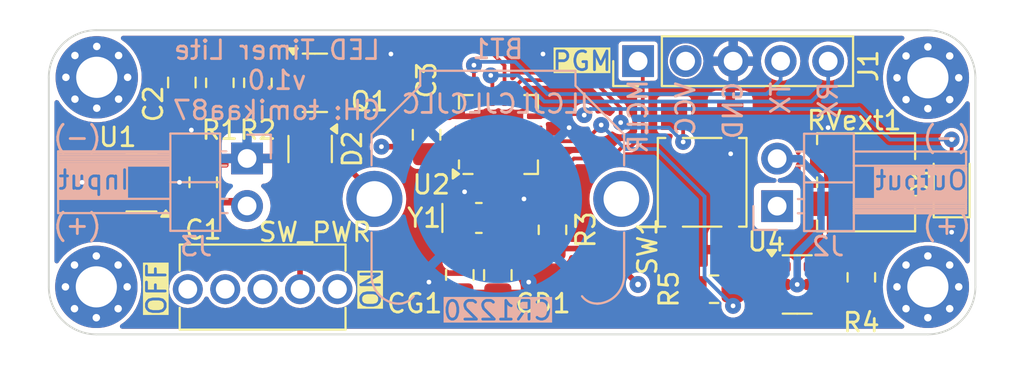
<source format=kicad_pcb>
(kicad_pcb (version 20240108) (generator "pcbnew") (generator_version "8.0")
  (layers (0 "F.Cu" signal) (1 "In1.Cu" signal) (2 "In2.Cu" signal) (31 "B.Cu" signal) (34 "B.Paste" user) (35 "F.Paste" user) (36 "B.SilkS" user "B.Silkscreen") (37 "F.SilkS" user "F.Silkscreen") (38 "B.Mask" user) (39 "F.Mask" user) (44 "Edge.Cuts" user))
  (net 0 "")
  (net 1 "+5V")
  (net 2 "GND")
  (net 3 "Net-(U2-RA5)")
  (net 4 "+3V3")
  (net 5 "/~{MCLR}{slash}VPP")
  (net 6 "/LDO_SENSE")
  (net 7 "/LED_EN_PWM")
  (net 8 "Net-(J2-Pin_2)")
  (net 9 "Net-(Q1-B)")
  (net 10 "Net-(U2-RA4)")
  (net 11 "Net-(U4-Rext)")
  (net 13 "Net-(U2-RC0)")
  (net 14 "/ICSPCLK_RXD")
  (net 15 "/ICSPDAT_TXD")
  (net 16 "Net-(BT1-+)")
  (net 20 "/LED")
  (net 21 "Net-(D1-K)")
  (net 22 "Net-(D2A-K)")
  (net 23 "Net-(D2B-A)")
  (footprint "Capacitor_SMD:C_0805_2012Metric_Pad1.18x1.45mm_HandSolder" (layer "F.Cu") (at 97.663 59.436 90)
    (property "Reference" "C2" (at -1.143 -1.524 90) (layer "F.SilkS"))
    (property "Value" "1u")
    (fp_line (start -0.261252 -0.735) (end 0.261252 -0.735) (stroke (width 0.12)) (layer "F.SilkS"))
    (fp_line (start -0.261252 0.735) (end 0.261252 0.735) (stroke (width 0.12)) (layer "F.SilkS"))
    (pad "1" smd roundrect (at -1.0375 0 90) (size 1.175 1.45) (layers "F.Cu" "F.Paste" "F.Mask") (roundrect_rratio 0.212766) (net 23 "Net-(D2B-A)"))
    (pad "2" smd roundrect (at 1.0375 0 90) (size 1.175 1.45) (layers "F.Cu" "F.Paste" "F.Mask") (roundrect_rratio 0.212766) (net 2 "GND"))
  )
  (footprint "LED_SMD:LED_0805_2012Metric_Pad1.15x1.40mm_HandSolder" (layer "F.Cu") (at 138.811 64.779 90)
    (property "Reference" "D1" (at 0 -1.65 90) (layer "F.SilkS"))
    (property "Value" "Red LED")
    (fp_line (start 1 -0.96) (end -1.86 -0.96) (stroke (width 0.12)) (layer "F.SilkS"))
    (fp_line (start -1.86 -0.96) (end -1.86 0.96) (stroke (width 0.12)) (layer "F.SilkS"))
    (fp_line (start -1.86 0.96) (end 1 0.96) (stroke (width 0.12)) (layer "F.SilkS"))
    (pad "1" smd roundrect (at -1.025 0 90) (size 1.15 1.4) (layers "F.Cu" "F.Paste" "F.Mask") (roundrect_rratio 0.217391) (net 21 "Net-(D1-K)"))
    (pad "2" smd roundrect (at 1.025 0 90) (size 1.15 1.4) (layers "F.Cu" "F.Paste" "F.Mask") (roundrect_rratio 0.217391) (net 20 "/LED"))
  )
  (footprint "Capacitor_SMD:C_0805_2012Metric_Pad1.18x1.45mm_HandSolder" (layer "F.Cu") (at 98.806 64.77 90)
    (property "Reference" "C1" (at -2.54 0 180) (layer "F.SilkS"))
    (property "Value" "1u")
    (fp_line (start -0.261252 -0.735) (end 0.261252 -0.735) (stroke (width 0.12)) (layer "F.SilkS"))
    (fp_line (start -0.261252 0.735) (end 0.261252 0.735) (stroke (width 0.12)) (layer "F.SilkS"))
    (pad "1" smd roundrect (at -1.0375 0 90) (size 1.175 1.45) (layers "F.Cu" "F.Paste" "F.Mask") (roundrect_rratio 0.212766) (net 1 "+5V"))
    (pad "2" smd roundrect (at 1.0375 0 90) (size 1.175 1.45) (layers "F.Cu" "F.Paste" "F.Mask") (roundrect_rratio 0.212766) (net 2 "GND"))
  )
  (footprint "Resistor_SMD:R_0805_2012Metric_Pad1.20x1.40mm_HandSolder" (layer "F.Cu") (at 101.727 59.452 -90)
    (property "Reference" "R2" (at 2.524 0 180) (layer "F.SilkS"))
    (property "Value" "100k")
    (fp_line (start -0.227064 0.735) (end 0.227064 0.735) (stroke (width 0.12)) (layer "F.SilkS"))
    (fp_line (start -0.227064 -0.735) (end 0.227064 -0.735) (stroke (width 0.12)) (layer "F.SilkS"))
    (pad "1" smd roundrect (at -1 0 270) (size 1.2 1.4) (layers "F.Cu" "F.Paste" "F.Mask") (roundrect_rratio 0.208333) (net 9 "Net-(Q1-B)"))
    (pad "2" smd roundrect (at 1 0 270) (size 1.2 1.4) (layers "F.Cu" "F.Paste" "F.Mask") (roundrect_rratio 0.208333) (net 2 "GND"))
  )
  (footprint "Resistor_SMD:R_0805_2012Metric_Pad1.20x1.40mm_HandSolder" (layer "F.Cu") (at 99.695 59.452 90)
    (property "Reference" "R1" (at -2.524 0 0) (layer "F.SilkS"))
    (property "Value" "47k")
    (fp_line (start -0.227064 -0.735) (end 0.227064 -0.735) (stroke (width 0.12)) (layer "F.SilkS"))
    (fp_line (start -0.227064 0.735) (end 0.227064 0.735) (stroke (width 0.12)) (layer "F.SilkS"))
    (pad "1" smd roundrect (at -1 0 90) (size 1.2 1.4) (layers "F.Cu" "F.Paste" "F.Mask") (roundrect_rratio 0.208333) (net 23 "Net-(D2B-A)"))
    (pad "2" smd roundrect (at 1 0 90) (size 1.2 1.4) (layers "F.Cu" "F.Paste" "F.Mask") (roundrect_rratio 0.208333) (net 9 "Net-(Q1-B)"))
  )
  (footprint "Package_TO_SOT_SMD:SOT-23-5" (layer "F.Cu") (at 95.504 64.77 180)
    (property "Reference" "U1" (at 1.27 2.413 0) (layer "F.SilkS"))
    (property "Value" "AP7383-36WW7")
    (fp_line (start 0 1.56) (end 0.8 1.56) (stroke (width 0.12)) (layer "F.SilkS"))
    (fp_line (start 0 1.56) (end -0.8 1.56) (stroke (width 0.12)) (layer "F.SilkS"))
    (fp_line (start 0 -1.56) (end 0.8 -1.56) (stroke (width 0.12)) (layer "F.SilkS"))
    (fp_line (start 0 -1.56) (end -0.8 -1.56) (stroke (width 0.12)) (layer "F.SilkS"))
    (fp_poly (pts (xy -1.3 -1.51) (xy -1.54 -1.84) (xy -1.06 -1.84) (xy -1.3 -1.51)) (stroke (width 0.12)) (fill solid) (layer "F.SilkS"))
    (pad "1" smd roundrect (at -1.1375 -0.95 180) (size 1.325 0.6) (layers "F.Cu" "F.Paste" "F.Mask") (net 1 "+5V"))
    (pad "2" smd roundrect (at -1.1375 0 180) (size 1.325 0.6) (layers "F.Cu" "F.Paste" "F.Mask") (net 2 "GND"))
    (pad "3" smd roundrect (at -1.1375 0.95 180) (size 1.325 0.6) (layers "F.Cu" "F.Paste" "F.Mask"))
    (pad "4" smd roundrect (at 1.1375 0.95 180) (size 1.325 0.6) (layers "F.Cu" "F.Paste" "F.Mask"))
    (pad "5" smd roundrect (at 1.1375 -0.95 180) (size 1.325 0.6) (layers "F.Cu" "F.Paste" "F.Mask") (net 23 "Net-(D2B-A)"))
  )
  (footprint "MountingHole:MountingHole_2.2mm_M2_Pad_Via" (layer "F.Cu") (at 137.541 59.182)
    (property "Reference" "H3" (hide yes))
    (property "Value" "MountingHole")
    (pad "1" thru_hole circle (at -1.65 0) (size 0.7 0.7) (drill 0.4) (layers "*.Cu" "*.Mask"))
    (pad "1" thru_hole circle (at -1.166726 -1.166726) (size 0.7 0.7) (drill 0.4) (layers "*.Cu" "*.Mask"))
    (pad "1" thru_hole circle (at -1.166726 1.166726) (size 0.7 0.7) (drill 0.4) (layers "*.Cu" "*.Mask"))
    (pad "1" thru_hole circle (at 0 -1.65) (size 0.7 0.7) (drill 0.4) (layers "*.Cu" "*.Mask"))
    (pad "1" thru_hole circle (at 0 0) (size 4.4 4.4) (drill 2.2) (layers "*.Cu" "*.Mask"))
    (pad "1" thru_hole circle (at 0 1.65) (size 0.7 0.7) (drill 0.4) (layers "*.Cu" "*.Mask"))
    (pad "1" thru_hole circle (at 1.166726 -1.166726) (size 0.7 0.7) (drill 0.4) (layers "*.Cu" "*.Mask"))
    (pad "1" thru_hole circle (at 1.166726 1.166726) (size 0.7 0.7) (drill 0.4) (layers "*.Cu" "*.Mask"))
    (pad "1" thru_hole circle (at 1.65 0) (size 0.7 0.7) (drill 0.4) (layers "*.Cu" "*.Mask"))
  )
  (footprint "Package_TO_SOT_SMD:SOT-343_SC-70-4" (layer "F.Cu") (at 104.521 62.992 -90)
    (property "Reference" "D2" (at 0 -2.25 90) (layer "F.SilkS"))
    (property "Value" "1SS384")
    (fp_line (start -0.7 1.16) (end 0.7 1.16) (stroke (width 0.12)) (layer "F.SilkS"))
    (fp_line (start -0.71 -1.16) (end 0.7 -1.16) (stroke (width 0.12)) (layer "F.SilkS"))
    (fp_poly (pts (xy -1.08 -1.11) (xy -1.32 -1.44) (xy -0.84 -1.44) (xy -1.08 -1.11)) (stroke (width 0.12)) (fill solid) (layer "F.SilkS"))
    (pad "1" smd roundrect (at -0.95 -0.65 270) (size 0.65 0.4) (layers "F.Cu" "F.Paste" "F.Mask") (net 16 "Net-(BT1-+)"))
    (pad "2" smd roundrect (at -0.95 0.65 270) (size 0.65 0.4) (layers "F.Cu" "F.Paste" "F.Mask") (net 23 "Net-(D2B-A)"))
    (pad "3" smd roundrect (at 0.95 0.65 270) (size 0.65 0.4) (layers "F.Cu" "F.Paste" "F.Mask") (net 22 "Net-(D2A-K)"))
    (pad "4" smd roundrect (at 0.95 -0.65 270) (size 0.65 0.4) (layers "F.Cu" "F.Paste" "F.Mask") (net 22 "Net-(D2A-K)"))
  )
  (footprint "Potentiometer_SMD:Potentiometer_Vishay_TS53YJ_Vertical" (layer "F.Cu") (at 134.239 64.77 180)
    (property "Reference" "RVext1" (at 0.635 3.302 0) (layer "F.SilkS"))
    (property "Value" "R_Potentiometer")
    (fp_line (start 2.62 2.04) (end 2.62 2.62) (stroke (width 0.12)) (layer "F.SilkS"))
    (fp_line (start 2.62 -0.26) (end 2.62 0.26) (stroke (width 0.12)) (layer "F.SilkS"))
    (fp_line (start 2.62 -2.62) (end 2.62 -2.039) (stroke (width 0.12)) (layer "F.SilkS"))
    (fp_line (start -2.62 2.62) (end 2.62 2.62) (stroke (width 0.12)) (layer "F.SilkS"))
    (fp_line (start -2.62 1.24) (end -2.62 2.62) (stroke (width 0.12)) (layer "F.SilkS"))
    (fp_line (start -2.62 -2.62) (end 2.62 -2.62) (stroke (width 0.12)) (layer "F.SilkS"))
    (fp_line (start -2.62 -2.62) (end -2.62 -1.24) (stroke (width 0.12)) (layer "F.SilkS"))
    (pad "1" smd rect (at 2 -1.15 180) (size 2 1.3) (layers "F.Cu" "F.Paste" "F.Mask") (net 11 "Net-(U4-Rext)"))
    (pad "2" smd rect (at -2 0 180) (size 2 2) (layers "F.Cu" "F.Paste" "F.Mask") (net 11 "Net-(U4-Rext)"))
    (pad "3" smd rect (at 2 1.15 180) (size 2 1.3) (layers "F.Cu" "F.Paste" "F.Mask") (net 2 "GND"))
  )
  (footprint "Capacitor_SMD:C_0805_2012Metric_Pad1.18x1.45mm_HandSolder" (layer "F.Cu") (at 110.744 62.23 90)
    (property "Reference" "C3" (at 2.921 0 90) (layer "F.SilkS"))
    (property "Value" "100n")
    (fp_line (start -0.261252 -0.735) (end 0.261252 -0.735) (stroke (width 0.12)) (layer "F.SilkS"))
    (fp_line (start -0.261252 0.735) (end 0.261252 0.735) (stroke (width 0.12)) (layer "F.SilkS"))
    (pad "1" smd roundrect (at -1.0375 0 90) (size 1.175 1.45) (layers "F.Cu" "F.Paste" "F.Mask") (roundrect_rratio 0.212766) (net 4 "+3V3"))
    (pad "2" smd roundrect (at 1.0375 0 90) (size 1.175 1.45) (layers "F.Cu" "F.Paste" "F.Mask") (roundrect_rratio 0.212766) (net 2 "GND"))
  )
  (footprint "MountingHole:MountingHole_2.2mm_M2_Pad_Via" (layer "F.Cu") (at 137.54 70.358)
    (property "Reference" "H4" (hide yes))
    (property "Value" "MountingHole")
    (pad "1" thru_hole circle (at -1.65 0) (size 0.7 0.7) (drill 0.4) (layers "*.Cu" "*.Mask"))
    (pad "1" thru_hole circle (at -1.166726 -1.166726) (size 0.7 0.7) (drill 0.4) (layers "*.Cu" "*.Mask"))
    (pad "1" thru_hole circle (at -1.166726 1.166726) (size 0.7 0.7) (drill 0.4) (layers "*.Cu" "*.Mask"))
    (pad "1" thru_hole circle (at 0 -1.65) (size 0.7 0.7) (drill 0.4) (layers "*.Cu" "*.Mask"))
    (pad "1" thru_hole circle (at 0 0) (size 4.4 4.4) (drill 2.2) (layers "*.Cu" "*.Mask"))
    (pad "1" thru_hole circle (at 0 1.65) (size 0.7 0.7) (drill 0.4) (layers "*.Cu" "*.Mask"))
    (pad "1" thru_hole circle (at 1.166726 -1.166726) (size 0.7 0.7) (drill 0.4) (layers "*.Cu" "*.Mask"))
    (pad "1" thru_hole circle (at 1.166726 1.166726) (size 0.7 0.7) (drill 0.4) (layers "*.Cu" "*.Mask"))
    (pad "1" thru_hole circle (at 1.65 0) (size 0.7 0.7) (drill 0.4) (layers "*.Cu" "*.Mask"))
  )
  (footprint "Package_DFN_QFN:UQFN-16-1EP_4x4mm_P0.65mm_EP2.6x2.6mm" (layer "F.Cu") (at 114.5865 62.215 90)
    (property "Reference" "U2" (at -2.682 -3.5885 180) (layer "F.SilkS"))
    (property "Value" "PIC16LF18326")
    (fp_line (start 2.11 -2.11) (end 2.11 -1.385) (stroke (width 0.12)) (layer "F.SilkS"))
    (fp_line (start 1.385 -2.11) (end 2.11 -2.11) (stroke (width 0.12)) (layer "F.SilkS"))
    (fp_line (start -1.385 -2.11) (end -1.81 -2.11) (stroke (width 0.12)) (layer "F.SilkS"))
    (fp_line (start -2.11 -1.385) (end -2.11 -1.87) (stroke (width 0.12)) (layer "F.SilkS"))
    (fp_line (start 2.11 2.11) (end 2.11 1.385) (stroke (width 0.12)) (layer "F.SilkS"))
    (fp_line (start 1.385 2.11) (end 2.11 2.11) (stroke (width 0.12)) (layer "F.SilkS"))
    (fp_line (start -1.385 2.11) (end -2.11 2.11) (stroke (width 0.12)) (layer "F.SilkS"))
    (fp_line (start -2.11 2.11) (end -2.11 1.385) (stroke (width 0.12)) (layer "F.SilkS"))
    (fp_poly (pts (xy -2.11 -2.11) (xy -2.35 -2.44) (xy -1.87 -2.44) (xy -2.11 -2.11)) (stroke (width 0.12)) (fill solid) (layer "F.SilkS"))
    (pad "1" smd roundrect (at -1.9375 -0.975 90) (size 0.825 0.3) (layers "F.Cu" "F.Paste" "F.Mask") (net 3 "Net-(U2-RA5)"))
    (pad "2" smd roundrect (at -1.9375 -0.325 90) (size 0.825 0.3) (layers "F.Cu" "F.Paste" "F.Mask") (net 10 "Net-(U2-RA4)"))
    (pad "3" smd roundrect (at -1.9375 0.325 90) (size 0.825 0.3) (layers "F.Cu" "F.Paste" "F.Mask") (net 5 "/~{MCLR}{slash}VPP"))
    (pad "4" smd roundrect (at -1.9375 0.975 90) (size 0.825 0.3) (layers "F.Cu" "F.Paste" "F.Mask"))
    (pad "5" smd roundrect (at -0.975 1.9375 90) (size 0.3 0.825) (layers "F.Cu" "F.Paste" "F.Mask"))
    (pad "6" smd roundrect (at -0.325 1.9375 90) (size 0.3 0.825) (layers "F.Cu" "F.Paste" "F.Mask") (net 7 "/LED_EN_PWM"))
    (pad "7" smd roundrect (at 0.325 1.9375 90) (size 0.3 0.825) (layers "F.Cu" "F.Paste" "F.Mask"))
    (pad "8" smd roundrect (at 0.975 1.9375 90) (size 0.3 0.825) (layers "F.Cu" "F.Paste" "F.Mask") (net 20 "/LED"))
    (pad "9" smd roundrect (at 1.9375 0.975 90) (size 0.825 0.3) (layers "F.Cu" "F.Paste" "F.Mask") (net 13 "Net-(U2-RC0)"))
    (pad "10" smd roundrect (at 1.9375 0.325 90) (size 0.825 0.3) (layers "F.Cu" "F.Paste" "F.Mask") (net 6 "/LDO_SENSE"))
    (pad "11" smd roundrect (at 1.9375 -0.325 90) (size 0.825 0.3) (layers "F.Cu" "F.Paste" "F.Mask") (net 14 "/ICSPCLK_RXD"))
    (pad "12" smd roundrect (at 1.9375 -0.975 90) (size 0.825 0.3) (layers "F.Cu" "F.Paste" "F.Mask") (net 15 "/ICSPDAT_TXD"))
    (pad "13" smd roundrect (at 0.975 -1.9375 90) (size 0.3 0.825) (layers "F.Cu" "F.Paste" "F.Mask") (net 2 "GND"))
    (pad "14" smd roundrect (at 0.325 -1.9375 90) (size 0.3 0.825) (layers "F.Cu" "F.Paste" "F.Mask"))
    (pad "15" smd roundrect (at -0.325 -1.9375 90) (size 0.3 0.825) (layers "F.Cu" "F.Paste" "F.Mask"))
    (pad "16" smd roundrect (at -0.975 -1.9375 90) (size 0.3 0.825) (layers "F.Cu" "F.Paste" "F.Mask") (net 4 "+3V3"))
    (pad "17" smd rect (at 0 0 90) (size 2.6 2.6) (property pad_prop_heatsink) (layers "F.Cu" "F.Mask") (net 2 "GND"))
  )
  (footprint "Button_Switch_SMD:SW_SPST_TL3305A" (layer "F.Cu") (at 125.476 64.77 -90)
    (property "Reference" "SW1" (at 3.429 2.921 -90) (layer "F.SilkS"))
    (property "Value" "SW_Push")
    (fp_line (start -2.37 2.37) (end 2.37 2.37) (stroke (width 0.12)) (layer "F.SilkS"))
    (fp_line (start -2.37 2.37) (end -2.37 1.97) (stroke (width 0.12)) (layer "F.SilkS"))
    (fp_line (start 2.37 2.37) (end 2.37 1.97) (stroke (width 0.12)) (layer "F.SilkS"))
    (fp_line (start -2.37 1.03) (end -2.37 -1.03) (stroke (width 0.12)) (layer "F.SilkS"))
    (fp_line (start 2.37 1.03) (end 2.37 -1.03) (stroke (width 0.12)) (layer "F.SilkS"))
    (fp_line (start -2.37 -2.37) (end -2.37 -1.97) (stroke (width 0.12)) (layer "F.SilkS"))
    (fp_line (start -2.37 -2.37) (end 2.37 -2.37) (stroke (width 0.12)) (layer "F.SilkS"))
    (fp_line (start 2.37 -2.37) (end 2.37 -1.97) (stroke (width 0.12)) (layer "F.SilkS"))
    (pad "1" smd rect (at -3.6 -1.5 270) (size 1.6 1.4) (layers "F.Cu" "F.Paste" "F.Mask") (net 2 "GND"))
    (pad "1" smd rect (at 3.6 -1.5 270) (size 1.6 1.4) (layers "F.Cu" "F.Paste" "F.Mask") (net 2 "GND"))
    (pad "2" smd rect (at -3.6 1.5 270) (size 1.6 1.4) (layers "F.Cu" "F.Paste" "F.Mask") (net 13 "Net-(U2-RC0)"))
    (pad "2" smd rect (at 3.6 1.5 270) (size 1.6 1.4) (layers "F.Cu" "F.Paste" "F.Mask") (net 13 "Net-(U2-RC0)"))
  )
  (footprint "Resistor_SMD:R_0805_2012Metric_Pad1.20x1.40mm_HandSolder" (layer "F.Cu") (at 133.985 69.85 -90)
    (property "Reference" "R4" (at 2.413 0 180) (layer "F.SilkS"))
    (property "Value" "560")
    (fp_line (start -0.227064 0.735) (end 0.227064 0.735) (stroke (width 0.12)) (layer "F.SilkS"))
    (fp_line (start -0.227064 -0.735) (end 0.227064 -0.735) (stroke (width 0.12)) (layer "F.SilkS"))
    (pad "1" smd roundrect (at -1 0 270) (size 1.2 1.4) (layers "F.Cu" "F.Paste" "F.Mask") (roundrect_rratio 0.208333) (net 21 "Net-(D1-K)"))
    (pad "2" smd roundrect (at 1 0 270) (size 1.2 1.4) (layers "F.Cu" "F.Paste" "F.Mask") (roundrect_rratio 0.208333) (net 2 "GND"))
  )
  (footprint "Capacitor_SMD:C_0805_2012Metric_Pad1.18x1.45mm_HandSolder" (layer "F.Cu") (at 112.522 69.723 -90)
    (property "Reference" "CG1" (at 1.524 2.413 180) (layer "F.SilkS"))
    (property "Value" "22p")
    (fp_line (start -0.261252 0.735) (end 0.261252 0.735) (stroke (width 0.12)) (layer "F.SilkS"))
    (fp_line (start -0.261252 -0.735) (end 0.261252 -0.735) (stroke (width 0.12)) (layer "F.SilkS"))
    (pad "1" smd roundrect (at -1.0375 0 270) (size 1.175 1.45) (layers "F.Cu" "F.Paste" "F.Mask") (roundrect_rratio 0.212766) (net 3 "Net-(U2-RA5)"))
    (pad "2" smd roundrect (at 1.0375 0 270) (size 1.175 1.45) (layers "F.Cu" "F.Paste" "F.Mask") (roundrect_rratio 0.212766) (net 2 "GND"))
  )
  (footprint "Package_TO_SOT_SMD:SOT-23" (layer "F.Cu") (at 104.775 59.452)
    (property "Reference" "Q1" (at 2.921 1 0) (layer "F.SilkS"))
    (property "Value" "S8050")
    (fp_line (start 0 -1.56) (end -0.65 -1.56) (stroke (width 0.12)) (layer "F.SilkS"))
    (fp_line (start 0 -1.56) (end 0.65 -1.56) (stroke (width 0.12)) (layer "F.SilkS"))
    (fp_line (start 0 1.56) (end -0.65 1.56) (stroke (width 0.12)) (layer "F.SilkS"))
    (fp_line (start 0 1.56) (end 0.65 1.56) (stroke (width 0.12)) (layer "F.SilkS"))
    (fp_poly (pts (xy -1.1625 -1.51) (xy -1.4025 -1.84) (xy -0.9225 -1.84) (xy -1.1625 -1.51)) (stroke (width 0.12)) (fill solid) (layer "F.SilkS"))
    (pad "1" smd roundrect (at -0.9375 -0.95) (size 1.475 0.6) (layers "F.Cu" "F.Paste" "F.Mask") (net 9 "Net-(Q1-B)"))
    (pad "2" smd roundrect (at -0.9375 0.95) (size 1.475 0.6) (layers "F.Cu" "F.Paste" "F.Mask") (net 2 "GND"))
    (pad "3" smd roundrect (at 0.9375 0) (size 1.475 0.6) (layers "F.Cu" "F.Paste" "F.Mask") (net 6 "/LDO_SENSE"))
  )
  (footprint "Crystal:Crystal_SMD_MicroCrystal_CC8V-T1A-2Pin_2.0x1.2mm_HandSoldering" (layer "F.Cu") (at 113.538 66.675)
    (property "Reference" "Y1" (at -2.921 0 0) (layer "F.SilkS"))
    (property "Value" "32.768 kHz")
    (fp_line (start -1.95 -0.75) (end -1.95 0.75) (stroke (width 0.12)) (layer "F.SilkS"))
    (fp_line (start -0.15 -0.8) (end 0.15 -0.8) (stroke (width 0.12)) (layer "F.SilkS"))
    (fp_line (start -0.15 0.8) (end 0.15 0.8) (stroke (width 0.12)) (layer "F.SilkS"))
    (pad "1" smd rect (at -1.05 0) (size 1.4 1.5) (layers "F.Cu" "F.Paste" "F.Mask") (net 3 "Net-(U2-RA5)"))
    (pad "2" smd rect (at 1.05 0) (size 1.4 1.5) (layers "F.Cu" "F.Paste" "F.Mask") (net 10 "Net-(U2-RA4)"))
  )
  (footprint "Resistor_SMD:R_0805_2012Metric_Pad1.20x1.40mm_HandSolder" (layer "F.Cu") (at 117.475 67.31 90)
    (property "Reference" "R3" (at 0 1.778 90) (layer "F.SilkS"))
    (property "Value" "10k")
    (fp_line (start -0.227064 -0.735) (end 0.227064 -0.735) (stroke (width 0.12)) (layer "F.SilkS"))
    (fp_line (start -0.227064 0.735) (end 0.227064 0.735) (stroke (width 0.12)) (layer "F.SilkS"))
    (pad "1" smd roundrect (at -1 0 90) (size 1.2 1.4) (layers "F.Cu" "F.Paste" "F.Mask") (roundrect_rratio 0.208333) (net 4 "+3V3"))
    (pad "2" smd roundrect (at 1 0 90) (size 1.2 1.4) (layers "F.Cu" "F.Paste" "F.Mask") (roundrect_rratio 0.208333) (net 5 "/~{MCLR}{slash}VPP"))
  )
  (footprint "SPDT Switch:1825232-1" (layer "F.Cu") (at 99.981 70.485)
    (property "Reference" "SW4" (hide yes))
    (property "Value" "SW_PWR" (at 4.794 -3.048 0) (layer "F.SilkS"))
    (fp_line (start -2.4323 -2.3876) (end -2.4323 -0.991931) (stroke (width 0.12)) (layer "F.SilkS"))
    (fp_line (start -2.4323 0.991931) (end -2.4323 2.159) (stroke (width 0.12)) (layer "F.SilkS"))
    (fp_line (start -2.4323 2.159) (end 6.4323 2.159) (stroke (width 0.12)) (layer "F.SilkS"))
    (fp_line (start 6.4323 -2.3876) (end -2.4323 -2.3876) (stroke (width 0.12)) (layer "F.SilkS"))
    (fp_line (start 6.4323 -0.991931) (end 6.4323 -2.3876) (stroke (width 0.12)) (layer "F.SilkS"))
    (fp_line (start 6.4323 2.159) (end 6.4323 0.991931) (stroke (width 0.12)) (layer "F.SilkS"))
    (pad "1" thru_hole circle (at -0.000001 0) (size 1.6 1.6) (drill 1) (layers "*.Cu" "*.Mask"))
    (pad "2" thru_hole circle (at 2 0) (size 1.6 1.6) (drill 1) (layers "*.Cu" "*.Mask") (net 4 "+3V3"))
    (pad "3" thru_hole circle (at 4.000001 0) (size 1.6 1.6) (drill 1) (layers "*.Cu" "*.Mask") (net 22 "Net-(D2A-K)"))
    (pad "4" thru_hole circle (at -2 0) (size 1.6 1.6) (drill 1) (layers "*.Cu" "*.Mask"))
    (pad "5" thru_hole circle (at 6 0) (size 1.6 1.6) (drill 1) (layers "*.Cu" "*.Mask"))
  )
  (footprint "Resistor_SMD:R_0805_2012Metric_Pad1.20x1.40mm_HandSolder" (layer "F.Cu") (at 126.111 70.485 180)
    (property "Reference" "R5" (at 2.413 0 90) (layer "F.SilkS"))
    (property "Value" "10k")
    (fp_line (start -0.227064 0.735) (end 0.227064 0.735) (stroke (width 0.12)) (layer "F.SilkS"))
    (fp_line (start -0.227064 -0.735) (end 0.227064 -0.735) (stroke (width 0.12)) (layer "F.SilkS"))
    (pad "1" smd roundrect (at -1 0 180) (size 1.2 1.4) (layers "F.Cu" "F.Paste" "F.Mask") (roundrect_rratio 0.208333) (net 7 "/LED_EN_PWM"))
    (pad "2" smd roundrect (at 1 0 180) (size 1.2 1.4) (layers "F.Cu" "F.Paste" "F.Mask") (roundrect_rratio 0.208333) (net 2 "GND"))
  )
  (footprint "Package_TO_SOT_SMD:SC-74-6_1.55x2.9mm_P0.95mm" (layer "F.Cu") (at 130.556 70.231)
    (property "Reference" "U4" (at -1.651 -2.286 360) (layer "F.SilkS"))
    (property "Value" "BCR_421U_E6327")
    (fp_line (start 0 -1.56) (end -0.775 -1.56) (stroke (width 0.12)) (layer "F.SilkS"))
    (fp_line (start 0 -1.56) (end 0.775 -1.56) (stroke (width 0.12)) (layer "F.SilkS"))
    (fp_line (start 0 1.56) (end -0.775 1.56) (stroke (width 0.12)) (layer "F.SilkS"))
    (fp_line (start 0 1.56) (end 0.775 1.56) (stroke (width 0.12)) (layer "F.SilkS"))
    (fp_poly (pts (xy -1.3625 -1.51) (xy -1.6025 -1.84) (xy -1.1225 -1.84) (xy -1.3625 -1.51)) (stroke (width 0.12)) (fill solid) (layer "F.SilkS"))
    (pad "1" smd roundrect (at -1.15 -0.95) (size 1.6 0.6) (layers "F.Cu" "F.Paste" "F.Mask") (net 7 "/LED_EN_PWM"))
    (pad "2" smd roundrect (at -1.15 0) (size 1.6 0.6) (layers "F.Cu" "F.Paste" "F.Mask") (net 8 "Net-(J2-Pin_2)"))
    (pad "3" smd roundrect (at -1.15 0.95) (size 1.6 0.6) (layers "F.Cu" "F.Paste" "F.Mask") (net 8 "Net-(J2-Pin_2)"))
    (pad "4" smd roundrect (at 1.15 0.95) (size 1.6 0.6) (layers "F.Cu" "F.Paste" "F.Mask") (net 2 "GND"))
    (pad "5" smd roundrect (at 1.15 0) (size 1.6 0.6) (layers "F.Cu" "F.Paste" "F.Mask") (net 8 "Net-(J2-Pin_2)"))
    (pad "6" smd roundrect (at 1.15 -0.95) (size 1.6 0.6) (layers "F.Cu" "F.Paste" "F.Mask") (net 11 "Net-(U4-Rext)"))
  )
  (footprint "Connector_PinHeader_2.54mm:PinHeader_1x05_P2.54mm_Vertical" (layer "F.Cu") (at 122.052 58.293 90)
    (property "Reference" "J1" (at -0.254 12.314 90) (layer "F.SilkS"))
    (property "Value" "Program")
    (fp_line (start -1.33 -1.33) (end 0 -1.33) (stroke (width 0.12)) (layer "F.SilkS"))
    (fp_line (start -1.33 0) (end -1.33 -1.33) (stroke (width 0.12)) (layer "F.SilkS"))
    (fp_line (start 1.33 1.27) (end 1.33 11.49) (stroke (width 0.12)) (layer "F.SilkS"))
    (fp_line (start -1.33 1.27) (end 1.33 1.27) (stroke (width 0.12)) (layer "F.SilkS"))
    (fp_line (start -1.33 1.27) (end -1.33 11.49) (stroke (width 0.12)) (layer "F.SilkS"))
    (fp_line (start -1.33 11.49) (end 1.33 11.49) (stroke (width 0.12)) (layer "F.SilkS"))
    (pad "1" thru_hole rect (at 0 0 90) (size 1.7 1.7) (drill 1) (layers "*.Cu" "*.Mask") (net 5 "/~{MCLR}{slash}VPP"))
    (pad "2" thru_hole oval (at 0 2.54 90) (size 1.7 1.7) (drill 1) (layers "*.Cu" "*.Mask") (net 4 "+3V3") (clearance 0.1) (thermal_gap 0.25))
    (pad "3" thru_hole oval (at 0 5.08 90) (size 1.7 1.7) (drill 1) (layers "*.Cu" "*.Mask") (net 2 "GND") (thermal_gap 0.25))
    (pad "4" thru_hole oval (at 0 7.62 90) (size 1.7 1.7) (drill 1) (layers "*.Cu" "*.Mask") (net 15 "/ICSPDAT_TXD"))
    (pad "5" thru_hole oval (at 0 10.16 90) (size 1.7 1.7) (drill 1) (layers "*.Cu" "*.Mask") (net 14 "/ICSPCLK_RXD"))
  )
  (footprint "Capacitor_SMD:C_0805_2012Metric_Pad1.18x1.45mm_HandSolder" (layer "F.Cu") (at 114.554 69.723 -90)
    (property "Reference" "CD1" (at 1.524 -2.413 180) (layer "F.SilkS"))
    (property "Value" "22p")
    (fp_line (start -0.261252 0.735) (end 0.261252 0.735) (stroke (width 0.12)) (layer "F.SilkS"))
    (fp_line (start -0.261252 -0.735) (end 0.261252 -0.735) (stroke (width 0.12)) (layer "F.SilkS"))
    (pad "1" smd roundrect (at -1.0375 0 270) (size 1.175 1.45) (layers "F.Cu" "F.Paste" "F.Mask") (roundrect_rratio 0.212766) (net 10 "Net-(U2-RA4)"))
    (pad "2" smd roundrect (at 1.0375 0 270) (size 1.175 1.45) (layers "F.Cu" "F.Paste" "F.Mask") (roundrect_rratio 0.212766) (net 2 "GND"))
  )
  (footprint "MountingHole:MountingHole_2.2mm_M2_Pad_Via" (layer "F.Cu") (at 93.114726 59.158274)
    (property "Reference" "H2" (hide yes))
    (property "Value" "MountingHole")
    (pad "1" thru_hole circle (at -1.65 0) (size 0.7 0.7) (drill 0.4) (layers "*.Cu" "*.Mask"))
    (pad "1" thru_hole circle (at -1.166726 -1.166726) (size 0.7 0.7) (drill 0.4) (layers "*.Cu" "*.Mask"))
    (pad "1" thru_hole circle (at -1.166726 1.166726) (size 0.7 0.7) (drill 0.4) (layers "*.Cu" "*.Mask"))
    (pad "1" thru_hole circle (at 0 -1.65) (size 0.7 0.7) (drill 0.4) (layers "*.Cu" "*.Mask"))
    (pad "1" thru_hole circle (at 0 0) (size 4.4 4.4) (drill 2.2) (layers "*.Cu" "*.Mask"))
    (pad "1" thru_hole circle (at 0 1.65) (size 0.7 0.7) (drill 0.4) (layers "*.Cu" "*.Mask"))
    (pad "1" thru_hole circle (at 1.166726 -1.166726) (size 0.7 0.7) (drill 0.4) (layers "*.Cu" "*.Mask"))
    (pad "1" thru_hole circle (at 1.166726 1.166726) (size 0.7 0.7) (drill 0.4) (layers "*.Cu" "*.Mask"))
    (pad "1" thru_hole circle (at 1.65 0) (size 0.7 0.7) (drill 0.4) (layers "*.Cu" "*.Mask"))
  )
  (footprint "MountingHole:MountingHole_2.2mm_M2_Pad_Via" (layer "F.Cu") (at 93.091 70.358)
    (property "Reference" "H1" (hide yes))
    (property "Value" "MountingHole")
    (pad "1" thru_hole circle (at -1.65 0) (size 0.7 0.7) (drill 0.4) (layers "*.Cu" "*.Mask"))
    (pad "1" thru_hole circle (at -1.166726 -1.166726) (size 0.7 0.7) (drill 0.4) (layers "*.Cu" "*.Mask"))
    (pad "1" thru_hole circle (at -1.166726 1.166726) (size 0.7 0.7) (drill 0.4) (layers "*.Cu" "*.Mask"))
    (pad "1" thru_hole circle (at 0 -1.65) (size 0.7 0.7) (drill 0.4) (layers "*.Cu" "*.Mask"))
    (pad "1" thru_hole circle (at 0 0) (size 4.4 4.4) (drill 2.2) (layers "*.Cu" "*.Mask"))
    (pad "1" thru_hole circle (at 0 1.65) (size 0.7 0.7) (drill 0.4) (layers "*.Cu" "*.Mask"))
    (pad "1" thru_hole circle (at 1.166726 -1.166726) (size 0.7 0.7) (drill 0.4) (layers "*.Cu" "*.Mask"))
    (pad "1" thru_hole circle (at 1.166726 1.166726) (size 0.7 0.7) (drill 0.4) (layers "*.Cu" "*.Mask"))
    (pad "1" thru_hole circle (at 1.65 0) (size 0.7 0.7) (drill 0.4) (layers "*.Cu" "*.Mask"))
  )
  (footprint "Connector_PinHeader_2.54mm:PinHeader_1x02_P2.54mm_Horizontal" (layer "B.Cu") (at 101.149 63.495 180)
    (property "Reference" "J3" (at 2.724 -4.704 0) (layer "B.SilkS") (effects (justify mirror)))
    (property "Value" "PWR")
    (fp_line (start 10.1 0.38) (end 4.1 0.38) (stroke (width 0.12)) (layer "B.SilkS"))
    (fp_line (start 10.1 0.32) (end 4.1 0.32) (stroke (width 0.12)) (layer "B.SilkS"))
    (fp_line (start 10.1 0.2) (end 4.1 0.2) (stroke (width 0.12)) (layer "B.SilkS"))
    (fp_line (start 10.1 0.08) (end 4.1 0.08) (stroke (width 0.12)) (layer "B.SilkS"))
    (fp_line (start 10.1 -0.04) (end 4.1 -0.04) (stroke (width 0.12)) (layer "B.SilkS"))
    (fp_line (start 10.1 -0.16) (end 4.1 -0.16) (stroke (width 0.12)) (layer "B.SilkS"))
    (fp_line (start 10.1 -0.28) (end 4.1 -0.28) (stroke (width 0.12)) (layer "B.SilkS"))
    (fp_line (start 10.1 -0.38) (end 10.1 0.38) (stroke (width 0.12)) (layer "B.SilkS"))
    (fp_line (start 10.1 -2.16) (end 4.1 -2.16) (stroke (width 0.12)) (layer "B.SilkS"))
    (fp_line (start 10.1 -2.92) (end 10.1 -2.16) (stroke (width 0.12)) (layer "B.SilkS"))
    (fp_line (start 4.1 1.33) (end 4.1 -3.87) (stroke (width 0.12)) (layer "B.SilkS"))
    (fp_line (start 4.1 -0.38) (end 10.1 -0.38) (stroke (width 0.12)) (layer "B.SilkS"))
    (fp_line (start 4.1 -1.27) (end 1.44 -1.27) (stroke (width 0.12)) (layer "B.SilkS"))
    (fp_line (start 4.1 -2.92) (end 10.1 -2.92) (stroke (width 0.12)) (layer "B.SilkS"))
    (fp_line (start 4.1 -3.87) (end 1.44 -3.87) (stroke (width 0.12)) (layer "B.SilkS"))
    (fp_line (start 1.44 1.33) (end 4.1 1.33) (stroke (width 0.12)) (layer "B.SilkS"))
    (fp_line (start 1.44 0.38) (end 1.11 0.38) (stroke (width 0.12)) (layer "B.SilkS"))
    (fp_line (start 1.44 -0.38) (end 1.11 -0.38) (stroke (width 0.12)) (layer "B.SilkS"))
    (fp_line (start 1.44 -2.16) (end 1.042929 -2.16) (stroke (width 0.12)) (layer "B.SilkS"))
    (fp_line (start 1.44 -2.92) (end 1.042929 -2.92) (stroke (width 0.12)) (layer "B.SilkS"))
    (fp_line (start 1.44 -3.87) (end 1.44 1.33) (stroke (width 0.12)) (layer "B.SilkS"))
    (fp_line (start 0 1.27) (end -1.27 1.27) (stroke (width 0.12)) (layer "B.SilkS"))
    (fp_line (start -1.27 1.27) (end -1.27 0) (stroke (width 0.12)) (layer "B.SilkS"))
    (pad "1" thru_hole rect (at 0 0 180) (size 1.7 1.7) (drill 1) (layers "*.Cu" "*.Mask") (net 2 "GND"))
    (pad "2" thru_hole oval (at 0 -2.54 180) (size 1.7 1.7) (drill 1) (layers "*.Cu" "*.Mask") (net 1 "+5V"))
  )
  (footprint "Connector_PinHeader_2.54mm:PinHeader_1x02_P2.54mm_Horizontal" (layer "B.Cu") (at 129.483 66.045)
    (property "Reference" "J2" (at 2.724 2.154 0) (layer "B.SilkS") (effects (justify mirror)))
    (property "Value" "LED")
    (fp_line (start -1.27 1.27) (end -1.27 0) (stroke (width 0.12)) (layer "B.SilkS"))
    (fp_line (start 0 1.27) (end -1.27 1.27) (stroke (width 0.12)) (layer "B.SilkS"))
    (fp_line (start 1.44 -3.87) (end 1.44 1.33) (stroke (width 0.12)) (layer "B.SilkS"))
    (fp_line (start 1.44 -2.92) (end 1.042929 -2.92) (stroke (width 0.12)) (layer "B.SilkS"))
    (fp_line (start 1.44 -2.16) (end 1.042929 -2.16) (stroke (width 0.12)) (layer "B.SilkS"))
    (fp_line (start 1.44 -0.38) (end 1.11 -0.38) (stroke (width 0.12)) (layer "B.SilkS"))
    (fp_line (start 1.44 0.38) (end 1.11 0.38) (stroke (width 0.12)) (layer "B.SilkS"))
    (fp_line (start 1.44 1.33) (end 4.1 1.33) (stroke (width 0.12)) (layer "B.SilkS"))
    (fp_line (start 4.1 -3.87) (end 1.44 -3.87) (stroke (width 0.12)) (layer "B.SilkS"))
    (fp_line (start 4.1 -2.92) (end 10.1 -2.92) (stroke (width 0.12)) (layer "B.SilkS"))
    (fp_line (start 4.1 -1.27) (end 1.44 -1.27) (stroke (width 0.12)) (layer "B.SilkS"))
    (fp_line (start 4.1 -0.38) (end 10.1 -0.38) (stroke (width 0.12)) (layer "B.SilkS"))
    (fp_line (start 4.1 1.33) (end 4.1 -3.87) (stroke (width 0.12)) (layer "B.SilkS"))
    (fp_line (start 10.1 -2.92) (end 10.1 -2.16) (stroke (width 0.12)) (layer "B.SilkS"))
    (fp_line (start 10.1 -2.16) (end 4.1 -2.16) (stroke (width 0.12)) (layer "B.SilkS"))
    (fp_line (start 10.1 -0.38) (end 10.1 0.38) (stroke (width 0.12)) (layer "B.SilkS"))
    (fp_line (start 10.1 -0.28) (end 4.1 -0.28) (stroke (width 0.12)) (layer "B.SilkS"))
    (fp_line (start 10.1 -0.16) (end 4.1 -0.16) (stroke (width 0.12)) (layer "B.SilkS"))
    (fp_line (start 10.1 -0.04) (end 4.1 -0.04) (stroke (width 0.12)) (layer "B.SilkS"))
    (fp_line (start 10.1 0.08) (end 4.1 0.08) (stroke (width 0.12)) (layer "B.SilkS"))
    (fp_line (start 10.1 0.2) (end 4.1 0.2) (stroke (width 0.12)) (layer "B.SilkS"))
    (fp_line (start 10.1 0.32) (end 4.1 0.32) (stroke (width 0.12)) (layer "B.SilkS"))
    (fp_line (start 10.1 0.38) (end 4.1 0.38) (stroke (width 0.12)) (layer "B.SilkS"))
    (pad "1" thru_hole rect (at 0 0) (size 1.7 1.7) (drill 1) (layers "*.Cu" "*.Mask") (net 1 "+5V"))
    (pad "2" thru_hole oval (at 0 -2.54) (size 1.7 1.7) (drill 1) (layers "*.Cu" "*.Mask") (net 8 "Net-(J2-Pin_2)"))
  )
  (footprint "Battery:BatteryHolder_Keystone_3001_1x12mm" (layer "B.Cu") (at 114.554 65.659 180)
    (property "Reference" "BT1" (at 0 8 0) (layer "B.SilkS") (effects (justify mirror)))
    (property "Value" "CR1220")
    (fp_line (start 6.75 3.45) (end 4.15 6.05) (stroke (width 0.12)) (layer "B.SilkS"))
    (fp_line (start 6.75 1.8) (end 6.75 3.45) (stroke (width 0.12)) (layer "B.SilkS"))
    (fp_line (start 6.75 -4.1) (end 6.75 -1.8) (stroke (width 0.12)) (layer "B.SilkS"))
    (fp_line (start 4.15 6.85) (end -4.15 6.85) (stroke (width 0.12)) (layer "B.SilkS"))
    (fp_line (start 4.15 6.05) (end 4.15 6.85) (stroke (width 0.12)) (layer "B.SilkS"))
    (fp_line (start -4.15 6.85) (end -4.15 6.05) (stroke (width 0.12)) (layer "B.SilkS"))
    (fp_line (start -4.15 6.05) (end -6.75 3.45) (stroke (width 0.12)) (layer "B.SilkS"))
    (fp_line (start -6.75 3.45) (end -6.75 1.8) (stroke (width 0.12)) (layer "B.SilkS"))
    (fp_line (start -6.75 -4.1) (end -6.75 -1.8) (stroke (width 0.12)) (layer "B.SilkS"))
    (fp_arc (start 5.3 -5.6) (mid 6.328492 -5.143375) (end 6.75 -4.1) (stroke (width 0.12)) (layer "B.SilkS"))
    (fp_arc (start 4.5 -5.2) (mid 4.853422 -5.493156) (end 5.3 -5.6) (stroke (width 0.12)) (layer "B.SilkS"))
    (fp_arc (start -5.414615 -5.58416) (mid -4.90584 -5.514615) (end -4.5 -5.2) (stroke (width 0.12)) (layer "B.SilkS"))
    (fp_arc (start -6.75 -4.1) (mid -6.32849 -5.143374) (end -5.3 -5.6) (stroke (width 0.12)) (layer "B.SilkS"))
    (pad "1" thru_hole circle (at -6.6 0 180) (size 3 3) (drill 1.9) (layers "*.Cu" "*.Mask") (net 16 "Net-(BT1-+)"))
    (pad "1" thru_hole circle (at 6.6 0 180) (size 3 3) (drill 1.9) (layers "*.Cu" "*.Mask") (net 16 "Net-(BT1-+)"))
    (pad "2" smd circle (at 0 0 180) (size 9 9) (layers "B.Cu" "B.Mask") (net 2 "GND"))
  )
  (gr_arc (start 93.091 72.898) (mid 91.294949 72.154051) (end 90.551 70.358) (stroke (width 0.1)) (layer "Edge.Cuts"))
  (gr_line (start 140.081 59.182) (end 140.081 70.358) (stroke (width 0.1)) (layer "Edge.Cuts"))
  (gr_line (start 137.541 72.898) (end 93.091 72.898) (stroke (width 0.1)) (layer "Edge.Cuts"))
  (gr_arc (start 137.541 56.642) (mid 139.337051 57.385949) (end 140.081 59.182) (stroke (width 0.1)) (layer "Edge.Cuts"))
  (gr_line (start 90.551 70.358) (end 90.551 59.182) (stroke (width 0.1)) (layer "Edge.Cuts"))
  (gr_arc (start 90.547827 59.182) (mid 91.292705 57.383705) (end 93.091 56.638827) (stroke (width 0.1)) (layer "Edge.Cuts"))
  (gr_arc (start 140.081 70.358) (mid 139.337051 72.154051) (end 137.541 72.898) (stroke (width 0.1)) (layer "Edge.Cuts"))
  (gr_line (start 93.091 56.638827) (end 137.541 56.638827) (stroke (width 0.1)) (layer "Edge.Cuts"))
  (gr_text "VCC" (at 124.587 59.309 90) (layer "B.SilkS") (effects (font (size 1 1)) (justify left mirror)))
  (gr_text "JLCJLCJLCJLC" (at 114.554 60.579 0) (layer "B.SilkS") (effects (font (size 1 1)) (justify mirror)))
  (gr_text "(-)" (at 92.075 62.357 -0) (layer "B.SilkS") (effects (font (size 1 1)) (justify mirror)))
  (gr_text "RX" (at 132.207 59.309 90) (layer "B.SilkS") (effects (font (size 1 1)) (justify left mirror)))
  (gr_text "Input" (at 90.98 64.64 0) (layer "B.SilkS" knockout) (effects (font (size 1 1)) (justify right mirror)))
  (gr_text "(+)" (at 138.557 67.056 -0) (layer "B.SilkS") (effects (font (size 1 1)) (justify mirror)))
  (gr_text "GND" (at 127.127 59.309 90) (layer "B.SilkS") (effects (font (size 1 1)) (justify left mirror)))
  (gr_text "MCLR" (at 122.047 59.182 90) (layer "B.SilkS") (effects (font (size 1 1)) (justify left mirror)))
  (gr_text "LED Timer Lite\nv1.0\nGH: tomikaa87" (at 102.743 59.309 0) (layer "B.SilkS") (effects (font (size 1 1)) (justify mirror)))
  (gr_text "CR1220" (at 114.554 71.628 0) (layer "B.SilkS" knockout) (effects (font (size 1 1)) (justify mirror)))
  (gr_text "Output" (at 134.65 64.67 0) (layer "B.SilkS" knockout) (effects (font (size 1 1)) (justify right mirror)))
  (gr_text "(+)" (at 92.075 67.056 -0) (layer "B.SilkS") (effects (font (size 1 1)) (justify mirror)))
  (gr_text "(-)" (at 138.557 62.357 -0) (layer "B.SilkS") (effects (font (size 1 1)) (justify mirror)))
  (gr_text "TX" (at 129.667 59.309 90) (layer "B.SilkS") (effects (font (size 1 1)) (justify left mirror)))
  (gr_text "ON" (at 107.188 70.485 90) (layer "F.SilkS" knockout) (effects (font (size 1 1)) (justify top)))
  (gr_text "OFF" (at 96.901 70.485 90) (layer "F.SilkS" knockout) (effects (font (size 1 1)) (justify bottom)))
  (gr_text "PGM" (at 120.722 58.293 0) (layer "F.SilkS" knockout) (effects (font (size 1 1)) (justify right)))
  (segment (start 96.6415 65.72) (end 98.7185 65.72) (width 0.4) (layer "F.Cu") (net 1))
  (segment (start 98.7185 65.72) (end 98.806 65.8075) (width 0.4) (layer "F.Cu") (net 1))
  (segment (start 100.9215 65.8075) (end 101.149 66.035) (width 0.4) (layer "F.Cu") (net 1))
  (segment (start 98.806 65.8075) (end 100.9215 65.8075) (width 0.4) (layer "F.Cu") (net 1))
  (segment (start 115.504228 69.403228) (end 116.205 70.104) (width 0.3) (layer "F.Cu") (net 2))
  (segment (start 113.542544 69.342) (end 113.823544 69.623) (width 0.3) (layer "F.Cu") (net 2))
  (segment (start 113.823544 69.623) (end 115.284456 69.623) (width 0.3) (layer "F.Cu") (net 2))
  (segment (start 111.791544 69.623) (end 113.252456 69.623) (width 0.3) (layer "F.Cu") (net 2))
  (segment (start 113.252456 69.623) (end 113.533456 69.342) (width 0.3) (layer "F.Cu") (net 2))
  (segment (start 115.284456 69.623) (end 115.504228 69.403228) (width 0.3) (layer "F.Cu") (net 2))
  (segment (start 111.571772 69.403228) (end 111.791544 69.623) (width 0.3) (layer "F.Cu") (net 2))
  (segment (start 97.536 64.77) (end 97.7685 64.77) (width 0.3) (layer "F.Cu") (net 2))
  (segment (start 97.7685 64.77) (end 98.806 63.7325) (width 0.3) (layer "F.Cu") (net 2))
  (segment (start 113.533456 69.342) (end 113.542544 69.342) (width 0.3) (layer "F.Cu") (net 2))
  (segment (start 110.871 70.104) (end 111.571772 69.403228) (width 0.3) (layer "F.Cu") (net 2))
  (via (at 138.811 67.437) (size 0.85) (drill 0.25) (layers "F.Cu" "B.Cu") (net 2))
  (via (at 112.776 65.278) (size 0.85) (drill 0.25) (layers "F.Cu" "B.Cu") (net 2))
  (via (at 116.205 70.104) (size 0.85) (drill 0.25) (layers "F.Cu" "B.Cu") (net 2))
  (via (at 118.364 61.849) (size 0.85) (drill 0.25) (layers "F.Cu" "B.Cu") (net 2))
  (via (at 98.171 61.976) (size 0.85) (drill 0.25) (layers "F.Cu" "B.Cu") (net 2))
  (via (at 132.207 61.849) (size 0.85) (drill 0.25) (layers "F.Cu" "B.Cu") (net 2))
  (via (at 127 63.246) (size 0.85) (drill 0.25) (layers "F.Cu" "B.Cu") (net 2))
  (via (at 116.967 57.912) (size 0.85) (drill 0.25) (layers "F.Cu" "B.Cu") (net 2))
  (via (at 110.871 70.104) (size 0.85) (drill 0.25) (layers "F.Cu" "B.Cu") (net 2))
  (via (at 97.536 64.77) (size 0.85) (drill 0.25) (layers "F.Cu" "B.Cu") (net 2))
  (via (at 115.951 65.659) (size 0.85) (drill 0.25) (layers "F.Cu" "B.Cu") (net 2))
  (via (at 108.839 57.912) (size 0.85) (drill 0.25) (layers "F.Cu" "B.Cu") (net 2))
  (via (at 92.329 64.77) (size 0.85) (drill 0.25) (layers "F.Cu" "B.Cu") (net 2))
  (segment (start 113.6115 64.1525) (end 113.6115 65.5515) (width 0.2) (layer "F.Cu") (net 3))
  (segment (start 112.522 66.709) (end 112.488 66.675) (width 0.2) (layer "F.Cu") (net 3))
  (segment (start 113.6115 65.5515) (end 112.488 66.675) (width 0.2) (layer "F.Cu") (net 3))
  (segment (start 112.522 68.6855) (end 112.522 66.709) (width 0.2) (layer "F.Cu") (net 3))
  (segment (start 110.8215 63.19) (end 110.744 63.2675) (width 0.3) (layer "F.Cu") (net 4))
  (segment (start 122.047 70.231) (end 120.126 68.31) (width 0.3) (layer "F.Cu") (net 4))
  (segment (start 112.649 63.19) (end 110.8215 63.19) (width 0.3) (layer "F.Cu") (net 4))
  (segment (start 108.331 62.865) (end 110.3415 62.865) (width 0.3) (layer "F.Cu") (net 4))
  (segment (start 110.3415 62.865) (end 110.744 63.2675) (width 0.3) (layer "F.Cu") (net 4))
  (segment (start 120.126 68.31) (end 117.475 68.31) (width 0.3) (layer "F.Cu") (net 4))
  (via (at 108.331 62.865) (size 0.85) (drill 0.25) (layers "F.Cu" "B.Cu") (net 4))
  (via (at 122.047 70.231) (size 0.9) (drill 0.3) (layers "F.Cu" "B.Cu") (net 4))
  (segment (start 114.9115 64.1525) (end 114.9115 64.564999) (width 0.2) (layer "F.Cu") (net 5))
  (segment (start 122.301 58.542) (end 122.052 58.293) (width 0.2) (layer "F.Cu") (net 5))
  (segment (start 117.475 64.897) (end 117.475 64.643) (width 0.2) (layer "F.Cu") (net 5))
  (segment (start 114.9115 64.564999) (end 115.243501 64.897) (width 0.2) (layer "F.Cu") (net 5))
  (segment (start 122.301 62.23) (end 122.301 58.542) (width 0.2) (layer "F.Cu") (net 5))
  (segment (start 117.475 66.31) (end 117.475 64.897) (width 0.2) (layer "F.Cu") (net 5))
  (segment (start 118.618 63.5) (end 120.5865 63.5) (width 0.2) (layer "F.Cu") (net 5))
  (segment (start 117.475 64.643) (end 118.618 63.5) (width 0.2) (layer "F.Cu") (net 5))
  (segment (start 120.5865 63.5) (end 121.2215 62.865) (width 0.2) (layer "F.Cu") (net 5))
  (segment (start 121.666 62.865) (end 122.301 62.23) (width 0.2) (layer "F.Cu") (net 5))
  (segment (start 121.2215 62.865) (end 121.666 62.865) (width 0.2) (layer "F.Cu") (net 5))
  (segment (start 115.243501 64.897) (end 117.475 64.897) (width 0.2) (layer "F.Cu") (net 5))
  (segment (start 114.9115 60.2775) (end 114.9115 58.5235) (width 0.2) (layer "F.Cu") (net 6))
  (segment (start 110.617 57.785) (end 108.95 59.452) (width 0.2) (layer "F.Cu") (net 6))
  (segment (start 114.9115 58.5235) (end 114.173 57.785) (width 0.2) (layer "F.Cu") (net 6))
  (segment (start 108.95 59.452) (end 105.7125 59.452) (width 0.2) (layer "F.Cu") (net 6))
  (segment (start 114.173 57.785) (end 110.617 57.785) (width 0.2) (layer "F.Cu") (net 6))
  (segment (start 129.406 69.281) (end 128.315 69.281) (width 0.2) (layer "F.Cu") (net 7))
  (segment (start 116.558 62.574) (end 116.524 62.54) (width 0.2) (layer "F.Cu") (net 7))
  (segment (start 127.127 70.501) (end 127.111 70.485) (width 0.2) (layer "F.Cu") (net 7))
  (segment (start 119.209684 62.574) (end 116.558 62.574) (width 0.2) (layer "F.Cu") (net 7))
  (segment (start 127.127 71.374) (end 127.127 70.501) (width 0.2) (layer "F.Cu") (net 7))
  (segment (start 120.077968 61.705716) (end 119.209684 62.574) (width 0.2) (layer "F.Cu") (net 7))
  (segment (start 128.315 69.281) (end 127.111 70.485) (width 0.2) (layer "F.Cu") (net 7))
  (via (at 120.077968 61.705716) (size 0.85) (drill 0.25) (layers "F.Cu" "B.Cu") (net 7))
  (via (at 127.127 71.374) (size 0.85) (drill 0.25) (layers "F.Cu" "B.Cu") (net 7))
  (segment (start 125.603 69.85) (end 127.127 71.374) (width 0.2) (layer "B.Cu") (net 7))
  (segment (start 125.603 65.532) (end 125.603 69.85) (width 0.2) (layer "B.Cu") (net 7))
  (segment (start 120.077968 61.705716) (end 121.364252 62.992) (width 0.2) (layer "B.Cu") (net 7))
  (segment (start 123.063 62.992) (end 125.603 65.532) (width 0.2) (layer "B.Cu") (net 7))
  (segment (start 121.364252 62.992) (end 123.063 62.992) (width 0.2) (layer "B.Cu") (net 7))
  (segment (start 130.556 70.231) (end 131.706 70.231) (width 0.2) (layer "F.Cu") (net 8))
  (segment (start 129.406 70.231) (end 129.406 71.181) (width 0.2) (layer "F.Cu") (net 8))
  (segment (start 129.406 70.231) (end 130.556 70.231) (width 0.2) (layer "F.Cu") (net 8))
  (via (at 130.556 70.231) (size 0.85) (drill 0.25) (layers "F.Cu" "B.Cu") (net 8))
  (segment (start 130.688 63.505) (end 129.483 63.505) (width 0.4) (layer "B.Cu") (net 8))
  (segment (start 130.556 68.58) (end 131.826 67.31) (width 0.4) (layer "B.Cu") (net 8))
  (segment (start 131.826 67.31) (end 131.826 64.643) (width 0.4) (layer "B.Cu") (net 8))
  (segment (start 130.556 70.231) (end 130.556 68.58) (width 0.4) (layer "B.Cu") (net 8))
  (segment (start 131.826 64.643) (end 130.688 63.505) (width 0.4) (layer "B.Cu") (net 8))
  (segment (start 99.695 58.452) (end 101.727 58.452) (width 0.2) (layer "F.Cu") (net 9))
  (segment (start 103.8375 58.502) (end 101.777 58.502) (width 0.2) (layer "F.Cu") (net 9))
  (segment (start 101.777 58.502) (end 101.727 58.452) (width 0.2) (layer "F.Cu") (net 9))
  (segment (start 114.554 68.6855) (end 114.554 66.709) (width 0.2) (layer "F.Cu") (net 10))
  (segment (start 114.2615 64.1525) (end 114.2615 66.3485) (width 0.2) (layer "F.Cu") (net 10))
  (segment (start 114.554 66.709) (end 114.588 66.675) (width 0.2) (layer "F.Cu") (net 10))
  (segment (start 114.2615 66.3485) (end 114.588 66.675) (width 0.2) (layer "F.Cu") (net 10))
  (segment (start 132.239 68.748) (end 132.239 65.92) (width 0.2) (layer "F.Cu") (net 11))
  (segment (start 131.706 69.281) (end 132.239 68.748) (width 0.2) (layer "F.Cu") (net 11))
  (segment (start 135.089 65.92) (end 132.239 65.92) (width 0.2) (layer "F.Cu") (net 11))
  (segment (start 136.239 64.77) (end 135.089 65.92) (width 0.2) (layer "F.Cu") (net 11))
  (segment (start 124.46 62.611) (end 124.46 61.654) (width 0.2) (layer "F.Cu") (net 13))
  (segment (start 119.634 59.309) (end 121.120049 60.795049) (width 0.2) (layer "F.Cu") (net 13))
  (segment (start 115.5615 60.2775) (end 115.5615 59.5715) (width 0.2) (layer "F.Cu") (net 13))
  (segment (start 115.824 59.309) (end 119.634 59.309) (width 0.2) (layer "F.Cu") (net 13))
  (segment (start 121.120049 60.795049) (end 121.120049 61.577) (width 0.2) (layer "F.Cu") (net 13))
  (segment (start 124.46 61.654) (end 123.976 61.17) (width 0.2) (layer "F.Cu") (net 13))
  (segment (start 115.5615 59.5715) (end 115.824 59.309) (width 0.2) (layer "F.Cu") (net 13))
  (via (at 124.46 62.611) (size 0.85) (drill 0.25) (layers "F.Cu" "B.Cu") (net 13))
  (via (at 121.120049 61.577) (size 0.85) (drill 0.25) (layers "F.Cu" "B.Cu") (net 13))
  (segment (start 123.698 61.849) (end 124.46 62.611) (width 0.2) (layer "B.Cu") (net 13))
  (segment (start 121.392049 61.849) (end 123.698 61.849) (width 0.2) (layer "B.Cu") (net 13))
  (segment (start 121.120049 61.577) (end 121.392049 61.849) (width 0.2) (layer "B.Cu") (net 13))
  (segment (start 114.2615 59.1435) (end 114.173 59.055) (width 0.2) (layer "F.Cu") (net 14))
  (segment (start 114.2615 60.2775) (end 114.2615 59.1435) (width 0.2) (layer "F.Cu") (net 14))
  (via (at 114.173 59.055) (size 0.85) (drill 0.25) (layers "F.Cu" "B.Cu") (net 14))
  (segment (start 132.212 59.558) (end 132.212 58.293) (width 0.2) (layer "B.Cu") (net 14))
  (segment (start 131.318 60.452) (end 132.212 59.558) (width 0.2) (layer "B.Cu") (net 14))
  (segment (start 114.173 59.055) (end 115.639314 59.055) (width 0.2) (layer "B.Cu") (net 14))
  (segment (start 117.036314 60.452) (end 131.318 60.452) (width 0.2) (layer "B.Cu") (net 14))
  (segment (start 115.639314 59.055) (end 117.036314 60.452) (width 0.2) (layer "B.Cu") (net 14))
  (segment (start 113.275517 59.941517) (end 113.275517 58.51) (width 0.2) (layer "F.Cu") (net 15))
  (segment (start 113.6115 60.2775) (end 113.275517 59.941517) (width 0.2) (layer "F.Cu") (net 15))
  (via (at 113.275517 58.51) (size 0.85) (drill 0.25) (layers "F.Cu" "B.Cu") (net 15))
  (segment (start 128.924 60.052) (end 129.672 59.304) (width 0.2) (layer "B.Cu") (net 15))
  (segment (start 113.275517 58.51) (end 113.455517 58.33) (width 0.2) (layer "B.Cu") (net 15))
  (segment (start 117.202 60.052) (end 128.924 60.052) (width 0.2) (layer "B.Cu") (net 15))
  (segment (start 113.455517 58.33) (end 115.48 58.33) (width 0.2) (layer "B.Cu") (net 15))
  (segment (start 129.672 59.304) (end 129.672 58.293) (width 0.2) (layer "B.Cu") (net 15))
  (segment (start 115.48 58.33) (end 117.202 60.052) (width 0.2) (layer "B.Cu") (net 15))
  (segment (start 107.954 65.409) (end 106.299 63.754) (width 0.3) (layer "F.Cu") (net 16))
  (segment (start 106.299 62.611) (end 105.73 62.042) (width 0.3) (layer "F.Cu") (net 16))
  (segment (start 107.954 65.659) (end 107.954 65.409) (width 0.2) (layer "F.Cu") (net 16))
  (segment (start 106.299 63.754) (end 106.299 62.611) (width 0.3) (layer "F.Cu") (net 16))
  (segment (start 105.73 62.042) (end 105.171 62.042) (width 0.3) (layer "F.Cu") (net 16))
  (segment (start 117.983 61.124) (end 117.867 61.24) (width 0.2) (layer "F.Cu") (net 20))
  (segment (start 119.117794 61.124) (end 117.983 61.124) (width 0.2) (layer "F.Cu") (net 20))
  (segment (start 138.811 62.484) (end 138.811 63.745) (width 0.2) (layer "F.Cu") (net 20))
  (segment (start 117.867 61.24) (end 116.524 61.24) (width 0.2) (layer "F.Cu") (net 20))
  (segment (start 119.170794 61.177) (end 119.117794 61.124) (width 0.2) (layer "F.Cu") (net 20))
  (via (at 119.170794 61.177) (size 0.85) (drill 0.25) (layers "F.Cu" "B.Cu") (net 20))
  (via (at 138.811 62.484) (size 0.85) (drill 0.25) (layers "F.Cu" "B.Cu") (net 20))
  (segment (start 133.839 60.852) (end 133.858 60.833) (width 0.2) (layer "B.Cu") (net 20))
  (segment (start 135.509 62.484) (end 138.811 62.484) (width 0.2) (layer "B.Cu") (net 20))
  (segment (start 133.858 60.833) (end 135.509 62.484) (width 0.2) (layer "B.Cu") (net 20))
  (segment (start 119.170794 61.177) (end 119.495794 60.852) (width 0.2) (layer "B.Cu") (net 20))
  (segment (start 119.495794 60.852) (end 133.839 60.852) (width 0.2) (layer "B.Cu") (net 20))
  (segment (start 137.296 67.31) (end 138.811 65.795) (width 0.2) (layer "F.Cu") (net 21))
  (segment (start 135.001 67.31) (end 137.296 67.31) (width 0.2) (layer "F.Cu") (net 21))
  (segment (start 133.985 68.326) (end 135.001 67.31) (width 0.2) (layer "F.Cu") (net 21))
  (segment (start 133.985 68.85) (end 133.985 68.326) (width 0.2) (layer "F.Cu") (net 21))
  (segment (start 103.981001 67.468999) (end 103.981001 70.485) (width 0.3) (layer "F.Cu") (net 22))
  (segment (start 103.871 70.374999) (end 103.981001 70.485) (width 0.3) (layer "F.Cu") (net 22))
  (segment (start 104.521 63.942) (end 104.521 66.929) (width 0.3) (layer "F.Cu") (net 22))
  (segment (start 105.171 63.942) (end 104.521 63.942) (width 0.3) (layer "F.Cu") (net 22))
  (segment (start 104.521 66.929) (end 103.981001 67.468999) (width 0.3) (layer "F.Cu") (net 22))
  (segment (start 104.521 63.942) (end 103.871 63.942) (width 0.3) (layer "F.Cu") (net 22))
  (segment (start 94.3665 65.72) (end 95.504 64.5825) (width 0.3) (layer "F.Cu") (net 23))
  (segment (start 99.695 61.214) (end 100.203 61.722) (width 0.3) (layer "F.Cu") (net 23))
  (segment (start 100.203 61.722) (end 102.766 61.722) (width 0.3) (layer "F.Cu") (net 23))
  (segment (start 99.695 60.452) (end 99.695 61.214) (width 0.3) (layer "F.Cu") (net 23))
  (segment (start 95.504 64.5825) (end 95.504 62.6325) (width 0.3) (layer "F.Cu") (net 23))
  (segment (start 99.695 60.452) (end 97.6845 60.452) (width 0.3) (layer "F.Cu") (net 23))
  (segment (start 102.766 61.722) (end 103.086 62.042) (width 0.3) (layer "F.Cu") (net 23))
  (segment (start 103.086 62.042) (end 103.871 62.042) (width 0.3) (layer "F.Cu") (net 23))
  (segment (start 95.504 62.6325) (end 97.663 60.4735) (width 0.3) (layer "F.Cu") (net 23))
  (segment (start 97.6845 60.452) (end 97.663 60.4735) (width 0.2) (layer "F.Cu") (net 23))
  (zone (net 2) (net_name "GND") (layers "F.Cu" "In1.Cu" "B.Cu") (connect_pads (clearance 0)) (min_thickness 0.25) (fill yes (thermal_gap 0.5) (thermal_bridge_width 0.5))
    (polygon (pts (xy 90.551 56.642) (xy 140.081 56.642) (xy 140.081 72.898) (xy 90.551 72.898)))
  )
)
</source>
